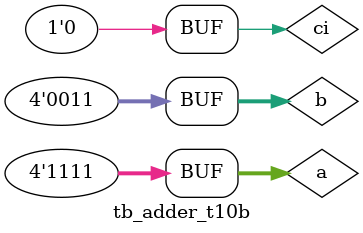
<source format=sv>
module tb_adder_t10b;
  logic[3:0] sum, a, b;
  logic ci,co;
  
  
  adder_t10b U1(co, sum, a, b, ci);
  
  initial begin
   a=0;
   b=0;
    ci=0;
    #15 a=4'hA;
    #2 b=3;
    #2 a=2;
    #2 a=15;
    
    
  end

endmodule

</source>
